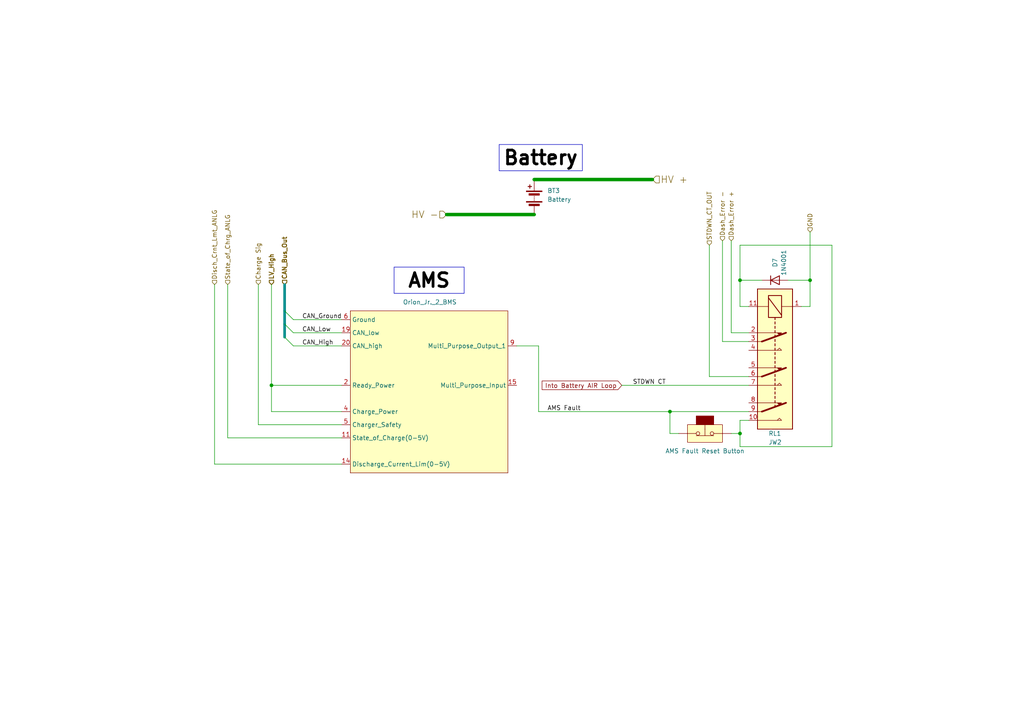
<source format=kicad_sch>
(kicad_sch (version 20230121) (generator eeschema)
  (paper "A4")
  (lib_symbols
    (symbol "CamachosSymbols:Safety Switch" (pin_numbers hide) (pin_names (offset 1.016) hide)
      (property "Reference" "SW?" (at 0 7.62 0))
      (property "Value" "Safety Switch" (at 0 6.35 0))
      (symbol "Safety Switch_0_1"
        (rectangle (start -5.08 2.54) (end 5.08 -2.54) (fill (type background)))
        (circle (center -2.032 0) (radius 0.508))
        (polyline (pts (xy -5.08 0) (xy -2.54 0)))
        (polyline (pts (xy -2.54 -0.635) (xy 2.54 -0.635)))
        (polyline (pts (xy 0 -0.635) (xy 0 1.27)))
        (polyline (pts (xy 0 1.27) (xy 0 2.54)))
        (polyline (pts (xy 2.54 0) (xy 5.08 0)))
        (polyline (pts (xy -2.54 2.54) (xy -2.54 5.08) (xy 2.54 5.08) (xy 2.54 2.54) (xy -2.54 2.54)) (fill (type outline)))
        (circle (center 2.032 0) (radius 0.508))
        (pin passive line (at -7.62 0 0) (length 2.54) (name "A") (number "1"))
      )
      (symbol "Safety Switch_1_1"
        (pin passive line (at 7.62 0 180) (length 2.54) (name "B") (number "2"))
      )
    )
    (symbol "Device:Battery" (pin_numbers hide) (pin_names (offset 0) hide)
      (property "Reference" "BT" (at 2.54 2.54 0))
      (property "Value" "Battery" (at 2.54 0 0))
      (symbol "Battery_0_1"
        (rectangle (start -2.286 -1.27) (end 2.286 -1.524) (fill (type outline)))
        (rectangle (start -2.286 1.778) (end 2.286 1.524) (fill (type outline)))
        (rectangle (start -1.524 -2.032) (end 1.524 -2.54) (fill (type outline)))
        (rectangle (start -1.524 1.016) (end 1.524 0.508) (fill (type outline)))
        (polyline (pts (xy 0 -1.016) (xy 0 -0.762)))
        (polyline (pts (xy 0 -0.508) (xy 0 -0.254)))
        (polyline (pts (xy 0 0) (xy 0 0.254)))
        (polyline (pts (xy 0 1.778) (xy 0 2.54)))
        (polyline (pts (xy 0.762 3.048) (xy 1.778 3.048)) (stroke (width 0.254)))
        (polyline (pts (xy 1.27 3.556) (xy 1.27 2.54)) (stroke (width 0.254)))
      )
      (symbol "Battery_1_1"
        (pin passive line (at 0 5.08 270) (length 2.54) (name "+") (number "1"))
        (pin passive line (at 0 -5.08 90) (length 2.54) (name "-") (number "2"))
      )
    )
    (symbol "Diode:1N4001" (pin_numbers hide) (pin_names hide)
      (property "Reference" "D" (at 0 2.54 0))
      (property "Value" "1N4001" (at 0 -2.54 0))
      (symbol "1N4001_0_1"
        (polyline (pts (xy -1.27 1.27) (xy -1.27 -1.27)) (stroke (width 0.254)))
        (polyline (pts (xy 1.27 0) (xy -1.27 0)))
        (polyline (pts (xy 1.27 1.27) (xy 1.27 -1.27) (xy -1.27 0) (xy 1.27 1.27)) (stroke (width 0.254)))
      )
      (symbol "1N4001_1_1"
        (pin passive line (at -3.81 0 0) (length 2.54) (name "K") (number "1"))
        (pin passive line (at 3.81 0 180) (length 2.54) (name "A") (number "2"))
      )
    )
    (symbol "JW2_2"
      (property "Reference" "RL1" (at -1.905 -24.13 0))
      (property "Value" "JW2" (at -1.905 -26.67 0))
      (symbol "JW2_2_0_1"
        (rectangle (start -5.08 17.78) (end 5.08 -22.86) (stroke (width 0.254)) (fill (type background)))
        (polyline (pts (xy -5.08 12.7) (xy -1.905 12.7)))
        (polyline (pts (xy -3.81 -17.78) (xy -5.08 -17.78)))
        (polyline (pts (xy -3.81 -17.78) (xy 3.175 -15.24)) (stroke (width 0.508)))
        (polyline (pts (xy -3.81 -7.62) (xy -5.08 -7.62)))
        (polyline (pts (xy -3.81 -7.62) (xy 3.175 -5.08)) (stroke (width 0.508)))
        (polyline (pts (xy -3.81 2.54) (xy -5.08 2.54)))
        (polyline (pts (xy -3.81 2.54) (xy 3.175 5.08)) (stroke (width 0.508)))
        (polyline (pts (xy -1.905 15.24) (xy 1.905 10.16)) (stroke (width 0.254)))
        (polyline (pts (xy 0 -15.875) (xy 0 -16.51)) (stroke (width 0.254)))
        (polyline (pts (xy 0 -14.605) (xy 0 -15.24)) (stroke (width 0.254)))
        (polyline (pts (xy 0 -13.335) (xy 0 -13.97)) (stroke (width 0.254)))
        (polyline (pts (xy 0 -12.065) (xy 0 -12.7)) (stroke (width 0.254)))
        (polyline (pts (xy 0 -10.795) (xy 0 -11.43)) (stroke (width 0.254)))
        (polyline (pts (xy 0 -9.525) (xy 0 -10.16)) (stroke (width 0.254)))
        (polyline (pts (xy 0 -8.255) (xy 0 -8.89)) (stroke (width 0.254)))
        (polyline (pts (xy 0 -6.985) (xy 0 -7.62)) (stroke (width 0.254)))
        (polyline (pts (xy 0 -5.715) (xy 0 -6.35)) (stroke (width 0.254)))
        (polyline (pts (xy 0 -4.445) (xy 0 -5.08)) (stroke (width 0.254)))
        (polyline (pts (xy 0 -3.175) (xy 0 -3.81)) (stroke (width 0.254)))
        (polyline (pts (xy 0 -1.905) (xy 0 -2.54)) (stroke (width 0.254)))
        (polyline (pts (xy 0 -0.635) (xy 0 -1.27)) (stroke (width 0.254)))
        (polyline (pts (xy 0 0.635) (xy 0 0)) (stroke (width 0.254)))
        (polyline (pts (xy 0 1.905) (xy 0 1.27)) (stroke (width 0.254)))
        (polyline (pts (xy 0 3.175) (xy 0 2.54)) (stroke (width 0.254)))
        (polyline (pts (xy 0 4.445) (xy 0 3.81)) (stroke (width 0.254)))
        (polyline (pts (xy 0 5.715) (xy 0 5.08)) (stroke (width 0.254)))
        (polyline (pts (xy 0 6.985) (xy 0 6.35)) (stroke (width 0.254)))
        (polyline (pts (xy 0 8.255) (xy 0 7.62)) (stroke (width 0.254)))
        (polyline (pts (xy 0 9.525) (xy 0 8.89)) (stroke (width 0.254)))
        (polyline (pts (xy 5.08 12.7) (xy 1.905 12.7)))
        (polyline (pts (xy -5.08 -20.32) (xy 1.905 -20.32) (xy 1.27 -19.685) (xy 0.635 -20.32)))
        (polyline (pts (xy -5.08 -15.24) (xy 1.905 -15.24) (xy 1.27 -15.875) (xy 0.635 -15.24)) (fill (type outline)))
        (polyline (pts (xy -5.08 -10.16) (xy 1.905 -10.16) (xy 1.27 -9.525) (xy 0.635 -10.16)))
        (polyline (pts (xy -5.08 -5.08) (xy 1.905 -5.08) (xy 1.27 -5.715) (xy 0.635 -5.08)) (fill (type outline)))
        (polyline (pts (xy -5.08 0) (xy 1.905 0) (xy 1.27 0.635) (xy 0.635 0)))
        (polyline (pts (xy -5.08 5.08) (xy 1.905 5.08) (xy 1.27 4.445) (xy 0.635 5.08)) (fill (type outline)))
        (rectangle (start 1.905 15.875) (end -1.905 9.525) (stroke (width 0.254)))
      )
      (symbol "JW2_2_1_1"
        (pin passive line (at 7.62 12.7 180) (length 2.54) (name "~") (number "1"))
        (pin output line (at -7.62 -20.32 0) (length 2.54) (name "~") (number "10"))
        (pin passive line (at -7.62 12.7 0) (length 2.54) (name "~") (number "11"))
        (pin output line (at -7.62 5.08 0) (length 2.54) (name "~") (number "2"))
        (pin input line (at -7.62 2.54 0) (length 2.54) (name "~") (number "3"))
        (pin output line (at -7.62 0 0) (length 2.54) (name "~") (number "4"))
        (pin output line (at -7.62 -5.08 0) (length 2.54) (name "~") (number "5"))
        (pin input line (at -7.62 -7.62 0) (length 2.54) (name "~") (number "6"))
        (pin output line (at -7.62 -10.16 0) (length 2.54) (name "~") (number "7"))
        (pin output line (at -7.62 -15.24 0) (length 2.54) (name "~") (number "8"))
        (pin input line (at -7.62 -17.78 0) (length 2.54) (name "~") (number "9"))
      )
    )
    (symbol "Sevcon_Gen4_Size6_2"
      (property "Value" "Orion_Jr._2_BMS" (at 7.62 17.78 0))
      (symbol "Sevcon_Gen4_Size6_2_0_1"
        (rectangle (start -22.86 15.24) (end 22.86 -31.75) (fill (type background)))
      )
      (symbol "Sevcon_Gen4_Size6_2_1_1"
        (pin passive line (at 25.4 -2.54 180) (length 2.54) hide (name "Charge_Enable") (number "1"))
        (pin passive line (at -25.4 1.27 0) (length 2.54) hide (name "Therm_1") (number "10"))
        (pin passive line (at 25.4 -21.59 180) (length 2.54) (name "State_of_Charge(0-5V)") (number "11"))
        (pin passive line (at -25.4 -2.54 0) (length 2.54) hide (name "Therm_2") (number "12"))
        (pin passive line (at 25.4 -25.4 180) (length 2.54) hide (name "Charge_Current_Lim(0-5V)") (number "13"))
        (pin passive line (at 25.4 -29.21 180) (length 2.54) (name "Discharge_Current_Lim(0-5V)") (number "14"))
        (pin input line (at -25.4 -6.35 0) (length 2.54) (name "Multi_Purpose_Input") (number "15"))
        (pin passive line (at -25.4 -10.16 0) (length 2.54) hide (name "Therm_3") (number "16"))
        (pin passive line (at -25.4 -13.97 0) (length 2.54) hide (name "Multi_Purpose_Output_2") (number "17"))
        (pin passive line (at -25.4 -17.78 0) (length 2.54) hide (name "") (number "18"))
        (pin bidirectional line (at 25.4 8.89 180) (length 2.54) (name "CAN_low") (number "19"))
        (pin input line (at 25.4 -6.35 180) (length 2.54) (name "Ready_Power") (number "2"))
        (pin bidirectional line (at 25.4 5.08 180) (length 2.54) (name "CAN_high") (number "20"))
        (pin passive line (at 25.4 -10.16 180) (length 2.54) hide (name "Discharge_Enable") (number "3"))
        (pin input line (at 25.4 -13.97 180) (length 2.54) (name "Charge_Power") (number "4"))
        (pin output line (at 25.4 -17.78 180) (length 2.54) (name "Charger_Safety") (number "5"))
        (pin input line (at 25.4 12.7 180) (length 2.54) (name "Ground") (number "6"))
        (pin passive line (at -25.4 12.7 0) (length 2.54) hide (name "Multi_Purpose_Enable") (number "7"))
        (pin passive line (at -25.4 8.89 0) (length 2.54) hide (name "Therm_Ground") (number "8"))
        (pin output line (at -25.4 5.08 0) (length 2.54) (name "Multi_Purpose_Output_1") (number "9"))
      )
    )
  )
  (junction (at 214.63 81.28))
  (junction (at 78.74 111.76))
  (junction (at 234.95 81.28))
  (junction (at 214.63 125.73))
  (junction (at 194.31 119.38))
  (bus_entry (at 85.09 96.52) (size -2.54 -2.54))
  (bus_entry (at 85.09 92.71) (size -2.54 -2.54))
  (bus_entry (at 85.09 100.33) (size -2.54 -2.54))
  (bus (pts (xy 82.55 82.55) (xy 82.55 90.17)) (stroke (width 0.75) (color 0 132 132 1)))
  (wire (pts (xy 228.6 81.28) (xy 234.95 81.28)))
  (wire (pts (xy 156.21 100.33) (xy 156.21 119.38)))
  (wire (pts (xy 156.21 119.38) (xy 194.31 119.38)))
  (bus (pts (xy 82.55 93.98) (xy 82.55 97.79)) (stroke (width 0.75) (color 0 132 132 1)))
  (wire (pts (xy 234.95 67.31) (xy 234.95 81.28)))
  (wire (pts (xy 180.34 111.76) (xy 217.17 111.76)))
  (wire (pts (xy 85.09 92.71) (xy 99.06 92.71)))
  (wire (pts (xy 214.63 81.28) (xy 214.63 88.9)))
  (wire (pts (xy 74.93 123.19) (xy 74.93 82.55)))
  (wire (pts (xy 149.86 100.33) (xy 156.21 100.33)))
  (wire (pts (xy 74.93 123.19) (xy 99.06 123.19)))
  (wire (pts (xy 62.23 82.55) (xy 62.23 134.62)))
  (wire (pts (xy 241.3 71.12) (xy 241.3 129.54)))
  (wire (pts (xy 85.09 100.33) (xy 99.06 100.33)))
  (wire (pts (xy 217.17 121.92) (xy 214.63 121.92)))
  (wire (pts (xy 234.95 88.9) (xy 234.95 81.28)))
  (wire (pts (xy 78.74 111.76) (xy 99.06 111.76)))
  (wire (pts (xy 154.94 62.23) (xy 129.54 62.23)) (stroke (width 1)))
  (wire (pts (xy 212.09 125.73) (xy 214.63 125.73)))
  (wire (pts (xy 78.74 111.76) (xy 78.74 119.38)))
  (wire (pts (xy 209.55 99.06) (xy 217.17 99.06)))
  (wire (pts (xy 85.09 96.52) (xy 99.06 96.52)))
  (wire (pts (xy 205.74 71.12) (xy 205.74 109.22)))
  (wire (pts (xy 66.04 82.55) (xy 66.04 127)))
  (wire (pts (xy 214.63 125.73) (xy 214.63 129.54)))
  (wire (pts (xy 194.31 119.38) (xy 194.31 125.73)))
  (wire (pts (xy 189.23 52.07) (xy 154.94 52.07)) (stroke (width 1)))
  (wire (pts (xy 214.63 81.28) (xy 214.63 71.12)))
  (wire (pts (xy 78.74 82.55) (xy 78.74 111.76)))
  (wire (pts (xy 78.74 119.38) (xy 99.06 119.38)))
  (wire (pts (xy 205.74 109.22) (xy 217.17 109.22)))
  (bus (pts (xy 82.55 90.17) (xy 82.55 93.98)) (stroke (width 0.75) (color 0 132 132 1)))
  (wire (pts (xy 209.55 69.85) (xy 209.55 99.06)))
  (wire (pts (xy 99.06 127) (xy 66.04 127)))
  (wire (pts (xy 214.63 129.54) (xy 241.3 129.54)))
  (wire (pts (xy 212.09 96.52) (xy 217.17 96.52)))
  (wire (pts (xy 214.63 121.92) (xy 214.63 125.73)))
  (wire (pts (xy 232.41 88.9) (xy 234.95 88.9)))
  (wire (pts (xy 194.31 119.38) (xy 217.17 119.38)))
  (wire (pts (xy 212.09 69.85) (xy 212.09 96.52)))
  (wire (pts (xy 194.31 125.73) (xy 196.85 125.73)))
  (wire (pts (xy 99.06 134.62) (xy 62.23 134.62)))
  (wire (pts (xy 214.63 81.28) (xy 220.98 81.28)))
  (wire (pts (xy 214.63 88.9) (xy 217.17 88.9)))
  (wire (pts (xy 214.63 71.12) (xy 241.3 71.12)))
  (rectangle (start 87.63 92.71) (end 87.63 92.71))
  (text_box "Battery\n" (at 144.78 41.91 0) (size 24.13 7.62) (effects (font (size 4 4) (thickness 0.8) bold)))
  (text_box "AMS" (at 114.3 77.47 0) (size 20.32 7.62) (effects (font (size 4 4) (thickness 0.8) bold)))
  (label "AMS Fault" (at 158.75 119.38 0))
  (label "CAN_Ground" (at 87.63 92.71 0))
  (label "CAN_Low" (at 87.63 96.52 0))
  (label "STDWN CT" (at 183.515 111.76 0))
  (label "CAN_High" (at 87.63 100.33 0))
  (global_label "Into Battery AIR Loop" (shape input) (at 180.34 111.76 180) (property "Intersheetrefs" "${INTERSHEET_REFS}" (effects hide)))
  (hierarchical_label "STDWN_CT_OUT" (shape input) (at 205.74 71.12 90))
  (hierarchical_label "HV +" (shape input) (at 189.23 52.07 0) (effects (font (size 2 2))))
  (hierarchical_label "HV -" (shape input) (at 129.54 62.23 180) (effects (font (size 2 2))))
  (hierarchical_label "CAN_Bus_Out" (shape input) (at 82.55 82.55 90) (effects (font bold)))
  (hierarchical_label "Disch_Crnt_Lmt_ANLG" (shape input) (at 62.23 82.55 90))
  (hierarchical_label "GND" (shape input) (at 234.95 67.31 90))
  (hierarchical_label "LV_High" (shape input) (at 78.74 82.55 90) (effects (font (thickness 0.254) bold)))
  (hierarchical_label "Charge Sig" (shape input) (at 74.93 82.55 90))
  (hierarchical_label "Dash_Error -" (shape input) (at 209.55 69.85 90))
  (hierarchical_label "Dash_Error +" (shape input) (at 212.09 69.85 90))
  (hierarchical_label "State_of_Chrg_ANLG" (shape input) (at 66.04 82.55 90))
  (symbol (lib_id "Device:Battery") (at 154.94 57.15 0) (mirror y) (unit 1)
    (property "Reference" "BT3" (at 158.75 55.3085 0) (effects (justify right)))
    (property "Value" "Battery" (at 158.75 57.8485 0) (effects (justify right)))
    (instances (project "Car_TractiveSystem_MAIN" (path "" (reference "BT3") (unit 1)) (path "" (reference "BT1") (unit 1))))
  )
  (symbol (lib_name "Sevcon_Gen4_Size6_2") (lib_id "CamachosSymbols:Sevcon_Gen4_Size6") (at 124.46 105.41 0) (mirror y) (unit 1)
    (property "Reference" "U?" (effects hide))
    (property "Value" "Orion_Jr._2_BMS" (at 116.84 87.63 0) (effects (justify right)))
    (instances (project "Car_TractiveSystem_MAIN" (path "" (reference "U?") (unit 1)) (path "" (reference "U5") (unit 1)) (path "" (reference "U3") (unit 1))))
  )
  (symbol (lib_name "JW2_2") (lib_id "Relay:JW2") (at 224.79 101.6 0) (unit 1)
    (property "Reference" "RL1" (at 222.885 125.73 0) (effects (justify left)))
    (property "Value" "JW2" (at 222.885 128.27 0) (effects (justify left)))
    (property "Footprint" "Relay_THT:Relay_DPDT_Panasonic_JW2" (effects hide))
    (property "Datasheet" "http://www3.panasonic.biz/ac/e_download/control/relay/power/catalog/mech_eng_jw.pdf?via=ok" (effects hide))
    (instances (project "Car_TractiveSystem_MAIN" (path "" (reference "RL1") (unit 1)) (path "" (reference "RL4") (unit 1))))
  )
  (symbol (lib_id "Diode:1N4001") (at 224.79 81.28 0) (unit 1)
    (property "Reference" "D7" (at 224.79 76.2 90))
    (property "Value" "1N4001" (at 227.33 76.2 90))
    (property "Footprint" "Diode_THT:D_DO-41_SOD81_P10.16mm_Horizontal" (effects hide))
    (property "Datasheet" "http://www.vishay.com/docs/88503/1n4001.pdf" (effects hide))
    (property "Sim.Device" "D" (effects hide))
    (property "Sim.Pins" "1=K 2=A" (effects hide))
    (instances (project "Car_TractiveSystem_MAIN" (path "" (reference "D7") (unit 1)) (path "" (reference "D6") (unit 1))))
  )
  (symbol (lib_id "CamachosSymbols:Safety Switch") (at 204.47 125.73 0) (unit 1)
    (property "Reference" "SW?" (effects hide))
    (property "Value" "AMS Fault Reset Button" (at 204.47 130.81 0))
    (instances (project "Car_TractiveSystem_MAIN" (path "" (reference "SW?") (unit 1)) (path "" (reference "SW10") (unit 1)) (path "" (reference "SW12") (unit 1))))
  )
)
</source>
